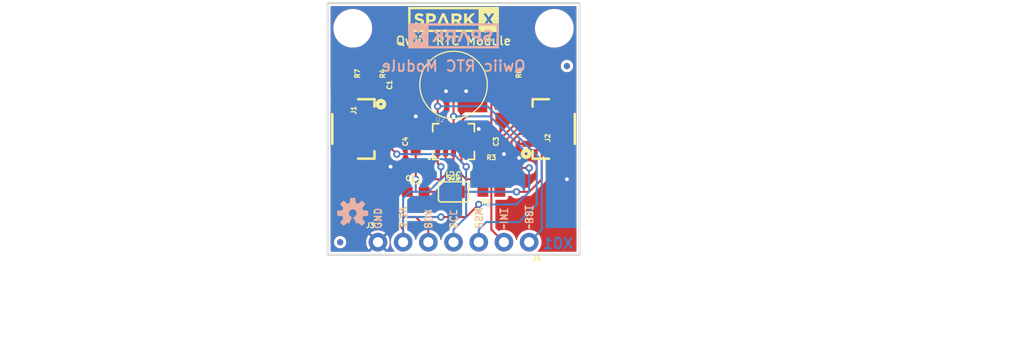
<source format=kicad_pcb>
(kicad_pcb (version 20211014) (generator pcbnew)
  (layers (0 "F.Cu" signal) (31 "B.Cu" signal) (34 "B.Paste" user) (35 "F.Paste" user) (36 "B.SilkS" user "B.Silkscreen") (37 "F.SilkS" user "F.Silkscreen") (38 "B.Mask" user) (39 "F.Mask" user) (44 "Edge.Cuts" user))
  (net 0 "")
  (net 1 "GND")
  (net 2 "SCL")
  (net 3 "SDA")
  (net 4 "3.3V")
  (net 5 "~{INT}")
  (net 6 "N$1")
  (net 7 "N$2")
  (net 8 "N$4")
  (net 9 "VBACKUP")
  (net 10 "N$5")
  (net 11 "~{RST}")
  (net 12 "PSW")
  (footprint "eagleBoard:1X04_NO_SILK" (layer "F.Cu") (at 140.8811 116.4336)
    (fp_text reference "J3" (at -1.27 -1.397) (layer "F.SilkS") (effects (font (size 0.48768 0.48768) (thickness 0.12192)) (justify left bottom)))
    (fp_text value "PTH")
    (pad "1" thru_hole circle (at 0 0 90) (size 1.8796 1.8796) (drill 1.016) (layers *.Cu *.Mask) (net 1 "GND"))
    (pad "2" thru_hole circle (at 2.54 0 90) (size 1.8796 1.8796) (drill 1.016) (layers *.Cu *.Mask) (net 4 "3.3V"))
    (pad "3" thru_hole circle (at 5.08 0 90) (size 1.8796 1.8796) (drill 1.016) (layers *.Cu *.Mask) (net 3 "SDA"))
    (pad "4" thru_hole circle (at 7.62 0 90) (size 1.8796 1.8796) (drill 1.016) (layers *.Cu *.Mask) (net 2 "SCL"))
  )
  (footprint "eagleBoard:0603" (layer "F.Cu") (at 144.6911 106.2736 90)
    (fp_text reference "C4" (at 0 -0.762 90) (layer "F.SilkS") (effects (font (size 0.48768 0.48768) (thickness 0.12192)) (justify bottom)))
    (fp_text value "10nF")
    (pad "1" smd rect (at -0.85 0 90) (size 1.1 1) (layers "F.Cu" "F.Paste" "F.Mask") (net 4 "3.3V"))
    (pad "2" smd rect (at 0.85 0 90) (size 1.1 1) (layers "F.Cu" "F.Paste" "F.Mask") (net 1 "GND"))
  )
  (footprint "eagleBoard:SMT-JUMPER_3_2-NC_PASTE_SILK" (layer "F.Cu") (at 148.5011 111.3536)
    (fp_text reference "SJ2" (at 0 -1.143) (layer "F.SilkS") (effects (font (size 0.48768 0.48768) (thickness 0.12192)) (justify bottom)))
    (fp_text value "JUMPER-SMT_3_2-NC_PASTE_SILK")
    (fp_line (start 1.27 1.016) (end -1.27 1.016) (layer "F.SilkS") (width 0.1524))
    (fp_line (start 1.524 0.762) (end 1.524 -0.762) (layer "F.SilkS") (width 0.1524))
    (fp_line (start -1.524 0.762) (end -1.524 -0.762) (layer "F.SilkS") (width 0.1524))
    (fp_line (start -1.27 -1.016) (end 1.27 -1.016) (layer "F.SilkS") (width 0.1524))
    (fp_arc (start -1.524 -0.762) (mid -1.449605 -0.941605) (end -1.27 -1.016) (layer "F.SilkS") (width 0.1524))
    (fp_arc (start 1.524 0.762) (mid 1.449605 0.941605) (end 1.27 1.016) (layer "F.SilkS") (width 0.1524))
    (fp_arc (start -1.27 1.016) (mid -1.449605 0.941605) (end -1.524 0.762) (layer "F.SilkS") (width 0.1524))
    (fp_arc (start 1.27 -1.016) (mid 1.449605 -0.941605) (end 1.524 -0.762) (layer "F.SilkS") (width 0.1524))
    (pad "1" smd rect (at -0.8128 0) (size 0.635 1.27) (layers "F.Cu" "F.Mask") (net 7 "N$2"))
    (pad "2" smd rect (at 0 0) (size 0.635 1.27) (layers "F.Cu" "F.Mask") (net 4 "3.3V"))
    (pad "3" smd rect (at 0.8128 0) (size 0.635 1.27) (layers "F.Cu" "F.Mask") (net 6 "N$1"))
  )
  (footprint "eagleBoard:STAND-OFF" (layer "F.Cu") (at 158.6611 94.8436 180)
    (fp_text reference "U$6" hide)
    (fp_text value "STAND-OFF" hide)
    (pad "" np_thru_hole circle (at 0 0 180) (size 3.302 3.302) (drill 3.302) (layers *.Cu *.Mask))
  )
  (footprint "eagleBoard:RV-1805" (layer "F.Cu") (at 148.5011 106.2736)
    (fp_text reference "U2" (at -1.85 -1.95) (layer "F.SilkS") (effects (font (size 0.46736 0.46736) (thickness 0.04064)) (justify left bottom)))
    (fp_text value "RV-1805")
    (fp_line (start 1.48 -1.8) (end 2.1 -1.8) (layer "F.SilkS") (width 0.1778))
    (fp_line (start -2.1 -1) (end -2.1 -1.8) (layer "F.SilkS") (width 0.1778))
    (fp_line (start 2.1 1.8) (end 1.48 1.8) (layer "F.SilkS") (width 0.1778))
    (fp_line (start -1.48 1.8) (end -2.1 1.8) (layer "F.SilkS") (width 0.1778))
    (fp_line (start 2.1 -1.8) (end 2.1 -1) (layer "F.SilkS") (width 0.1778))
    (fp_line (start -2.1 -1.8) (end -1.48 -1.8) (layer "F.SilkS") (width 0.1778))
    (fp_line (start 2.1 1) (end 2.1 1.8) (layer "F.SilkS") (width 0.1778))
    (fp_line (start -2.1 1.8) (end -2.1 1) (layer "F.SilkS") (width 0.1778))
    (fp_circle (center -2.45 1.75) (end -2.379291 1.75) (layer "F.SilkS") (width 0.141418) (fill solid))
    (pad "1" smd rect (at -1.6 1.1 90) (size 0.8 0.5) (layers "F.Cu" "F.Paste" "F.Mask") (net 4 "3.3V"))
    (pad "2" smd rect (at -0.8 1.1 90) (size 0.8 0.5) (layers "F.Cu" "F.Paste" "F.Mask") (net 8 "N$4"))
    (pad "3" smd rect (at 0 1.1 90) (size 0.8 0.5) (layers "F.Cu" "F.Paste" "F.Mask") (net 5 "~{INT}"))
    (pad "4" smd rect (at 0.8 1.1 90) (size 0.8 0.5) (layers "F.Cu" "F.Paste" "F.Mask") (net 2 "SCL"))
    (pad "5" smd rect (at 1.6 1.1 90) (size 0.8 0.5) (layers "F.Cu" "F.Paste" "F.Mask") (net 3 "SDA"))
    (pad "6" smd rect (at 1.6 -1.1 270) (size 0.8 0.5) (layers "F.Cu" "F.Paste" "F.Mask") (net 1 "GND"))
    (pad "7" smd rect (at 0.8 -1.1 270) (size 0.8 0.5) (layers "F.Cu" "F.Paste" "F.Mask") (net 9 "VBACKUP"))
    (pad "8" smd rect (at 0 -1.1 270) (size 0.8 0.5) (layers "F.Cu" "F.Paste" "F.Mask") (net 12 "PSW"))
    (pad "9" smd rect (at -0.8 -1.1 270) (size 0.8 0.5) (layers "F.Cu" "F.Paste" "F.Mask") (net 1 "GND"))
    (pad "10" smd rect (at -1.6 -1.1 270) (size 0.8 0.5) (layers "F.Cu" "F.Paste" "F.Mask") (net 11 "~{RST}"))
  )
  (footprint "eagleBoard:0603" (layer "F.Cu") (at 156.1211 99.4156 90)
    (fp_text reference "R6" (at 0 -0.762 90) (layer "F.SilkS") (effects (font (size 0.48768 0.48768) (thickness 0.12192)) (justify bottom)))
    (fp_text value "1K")
    (pad "1" smd rect (at -0.85 0 90) (size 1.1 1) (layers "F.Cu" "F.Paste" "F.Mask") (net 10 "N$5"))
    (pad "2" smd rect (at 0.85 0 90) (size 1.1 1) (layers "F.Cu" "F.Paste" "F.Mask") (net 9 "VBACKUP"))
  )
  (footprint "eagleBoard:0603" (layer "F.Cu") (at 152.3111 108.9406)
    (fp_text reference "R3" (at 0 -0.762) (layer "F.SilkS") (effects (font (size 0.48768 0.48768) (thickness 0.12192)) (justify bottom)))
    (fp_text value "10k")
    (pad "1" smd rect (at -0.85 0) (size 1.1 1) (layers "F.Cu" "F.Paste" "F.Mask") (net 5 "~{INT}"))
    (pad "2" smd rect (at 0.85 0) (size 1.1 1) (layers "F.Cu" "F.Paste" "F.Mask") (net 4 "3.3V"))
  )
  (footprint "eagleBoard:0603" (layer "F.Cu") (at 152.3111 111.3536 180)
    (fp_text reference "R1" (at 0 -0.762 180) (layer "F.SilkS") (effects (font (size 0.48768 0.48768) (thickness 0.12192)) (justify right top)))
    (fp_text value "2.2k")
    (pad "1" smd rect (at -0.85 0 180) (size 1.1 1) (layers "F.Cu" "F.Paste" "F.Mask") (net 2 "SCL"))
    (pad "2" smd rect (at 0.85 0 180) (size 1.1 1) (layers "F.Cu" "F.Paste" "F.Mask") (net 6 "N$1"))
  )
  (footprint "eagleBoard:SPARKX-MEDIUM" (layer "F.Cu") (at 148.5011 93.9546)
    (fp_text reference "U$5" hide)
    (fp_text value "SPARKX-LOGO4" hide)
    (fp_poly (pts (xy 1.344596 -0.295634) (xy 1.064846 -0.295634) (xy 1.064846 -0.617646) (xy 1.344596 -0.617646)) (layer "F.SilkS") (width 0) (fill solid))
    (fp_poly (pts (xy 2.973067 0.608562) (xy 3.267199 0.608562) (xy 3.54697 0.183826) (xy 3.824894 0.608562) (xy 4.130023 0.608562) (xy 3.795558 0.11824) (xy 4.577 0.11824) (xy 4.577 1.270528) (xy 2.441934 1.270528) (xy 2.441934 1.025528) (xy 2.524231 1.025528) (xy 2.524231 0.11824) (xy 3.309564 0.11824)) (layer "F.SilkS") (width 0) (fill solid))
    (fp_poly (pts (xy -0.379228 0.618562) (xy -0.672701 0.618562) (xy -1.040587 -0.283936) (xy -1.408473 0.618562) (xy -1.69463 0.618562) (xy -1.301346 -0.305634) (xy -0.772612 -0.305634)) (layer "F.SilkS") (width 0) (fill solid))
    (fp_poly (pts (xy -3.164101 -0.264097) (xy -3.239432 -0.305634) (xy -3.135518 -0.305634)) (layer "F.SilkS") (width 0) (fill solid))
    (fp_poly (pts (xy -2.476681 0.000487) (xy -2.268076 0.000487) (xy -2.179495 -0.012423) (xy -2.113916 -0.051299) (xy -2.073186 -0.109683) (xy -2.059656 -0.180607) (xy -2.059656 -0.183345) (xy -2.07389 -0.261685) (xy -2.107186 -0.305634) (xy -1.791612 -0.305634) (xy -1.784441 -0.28073) (xy -1.77625 -0.189505) (xy -1.77625 -0.16442) (xy -1.778857 -0.169639) (xy -1.786895 -0.086136) (xy -1.816007 0.002126) (xy -1.862432 0.077275) (xy -1.923461 0.139229) (xy -1.997168 0.187031) (xy -2.082436 0.221506) (xy -2.177086 0.2422) (xy -2.277599 0.249143) (xy -2.477596 0.249143) (xy -2.477596 0.616734) (xy -2.757343 0.616734) (xy -2.757343 -0.305634) (xy -2.476681 -0.305634)) (layer "F.SilkS") (width 0) (fill solid))
    (fp_poly (pts (xy 0.077237 -0.022375) (xy 0.345303 -0.022375) (xy 0.432552 -0.034292) (xy 0.495867 -0.068766) (xy 0.534478 -0.122507) (xy 0.547296 -0.191568) (xy 0.547296 -0.193407) (xy 0.533775 -0.268583) (xy 0.505388 -0.305634) (xy 0.820956 -0.305634) (xy 0.823121 -0.298646) (xy 0.830703 -0.207776) (xy 0.830703 -0.203573) (xy 0.812152 -0.067471) (xy 0.756624 0.041423) (xy 0.671694 0.123367) (xy 0.569647 0.177363) (xy 0.871762 0.618562) (xy 0.544141 0.618562) (xy 0.281707 0.226284) (xy 0.077237 0.226284) (xy 0.077237 0.618562) (xy -0.202509 0.618562) (xy -0.202509 -0.305634) (xy 0.077237 -0.305634)) (layer "F.SilkS") (width 0) (fill solid))
    (fp_poly (pts (xy 1.344596 -0.089545) (xy 1.545187 -0.305634) (xy 1.874867 -0.305634) (xy 1.669821 -0.091935) (xy 2.195332 0.618562) (xy 1.859174 0.618562) (xy 1.480797 0.099201) (xy 1.344596 0.240675) (xy 1.344596 0.618562) (xy 1.064846 0.618562) (xy 1.064846 -0.305634) (xy 1.344596 -0.305634)) (layer "F.SilkS") (width 0) (fill solid))
    (fp_poly (pts (xy 1.865272 -0.295634) (xy 1.535904 -0.295634) (xy 1.834847 -0.617646) (xy 2.174284 -0.617646)) (layer "F.SilkS") (width 0) (fill solid))
    (fp_poly (pts (xy -3.63614 -0.28381) (xy -3.63614 -0.281243) (xy -3.625594 -0.231145) (xy -3.586256 -0.193557) (xy -3.506021 -0.161102) (xy -3.375421 -0.124571) (xy -3.20837 -0.069497) (xy -3.084773 0.004288) (xy -3.039813 0.051736) (xy -3.007425 0.106786) (xy -2.98779 0.171058) (xy -2.981431 0.246677) (xy -2.981431 0.254442) (xy -2.989734 0.340975) (xy -3.014776 0.418156) (xy -3.054999 0.484064) (xy -3.108523 0.538825) (xy -3.174819 0.581443) (xy -3.251936 0.612864) (xy -3.339283 0.632345) (xy -3.435454 0.638692) (xy -3.575258 0.62643) (xy -3.712363 0.589929) (xy -3.841957 0.528456) (xy -3.962905 0.437932) (xy -3.797445 0.239191) (xy -3.70858 0.303299) (xy -3.621793 0.350171) (xy -3.529975 0.379937) (xy -3.429933 0.389994) (xy -3.35618 0.382097) (xy -3.302034 0.35971) (xy -3.268752 0.325074) (xy -3.257521 0.278298) (xy -3.257521 0.275769) (xy -3.267162 0.231061) (xy -3.302086 0.195266) (xy -3.376797 0.161061) (xy -3.501746 0.12458) (xy -3.671424 0.073219) (xy -3.800513 0.00314) (xy -3.847977 -0.043804) (xy -3.883465 -0.101229) (xy -3.90566 -0.17153) (xy -3.913146 -0.255809) (xy -3.913146 -0.259925) (xy -3.908835 -0.305634) (xy -3.631093 -0.305634)) (layer "F.SilkS") (width 0) (fill solid))
    (fp_poly (pts (xy -0.768357 -0.295634) (xy -1.305603 -0.295634) (xy -1.164592 -0.62679) (xy -0.909265 -0.62679)) (layer "F.SilkS") (width 0) (fill solid))
    (fp_poly (pts (xy -3.350864 -0.623897) (xy -3.231664 -0.593614) (xy -3.122681 -0.544594) (xy -3.018757 -0.474993) (xy -3.142402 -0.295634) (xy -3.221295 -0.295634) (xy -3.328541 -0.354727) (xy -3.406214 -0.378309) (xy -3.483831 -0.386332) (xy -3.551059 -0.378465) (xy -3.598739 -0.356196) (xy -3.626802 -0.323794) (xy -3.63342 -0.295634) (xy -3.909783 -0.295634) (xy -3.905449 -0.341086) (xy -3.88163 -0.413579) (xy -3.843373 -0.476992) (xy -3.792562 -0.531416) (xy -3.729539 -0.574971) (xy -3.655543 -0.607348) (xy -3.572421 -0.627359) (xy -3.48111 -0.634121)) (layer "F.SilkS") (width 0) (fill solid))
    (fp_poly (pts (xy 0.467247 -0.610908) (xy 0.559405 -0.590713) (xy 0.639462 -0.556901) (xy 0.707412 -0.509438) (xy 0.761528 -0.449759) (xy 0.800081 -0.379455) (xy 0.823889 -0.295634) (xy 0.513044 -0.295634) (xy 0.49326 -0.321553) (xy 0.427917 -0.353583) (xy 0.339846 -0.364418) (xy 0.077237 -0.364418) (xy 0.077237 -0.295634) (xy -0.202509 -0.295634) (xy -0.202509 -0.617646) (xy 0.363177 -0.617646)) (layer "F.SilkS") (width 0) (fill solid))
    (fp_poly (pts (xy 4.577 0.12824) (xy 3.80238 0.12824) (xy 3.705494 -0.013718) (xy 4.111722 -0.607646) (xy 3.817585 -0.607646) (xy 3.555172 -0.205715) (xy 3.294607 -0.607646) (xy 2.991304 -0.607646) (xy 3.397564 -0.010046) (xy 3.302701 0.12824) (xy 2.524231 0.12824) (xy 2.524231 -1.025528) (xy -4.332 -1.025528) (xy -4.332 1.025528) (xy 2.451934 1.025528) (xy 2.451934 1.270528) (xy -4.577 1.270528) (xy -4.577 -1.270528) (xy 4.577 -1.270528)) (layer "F.SilkS") (width 0) (fill solid))
    (fp_poly (pts (xy -2.145499 -0.611403) (xy -2.052069 -0.588123) (xy -1.971014 -0.550421) (xy -1.903114 -0.500214) (xy -1.848543 -0.437616) (xy -1.808605 -0.364015) (xy -1.788713 -0.295634) (xy -2.099613 -0.295634) (xy -2.116482 -0.317948) (xy -2.18378 -0.352785) (xy -2.273523 -0.364418) (xy -2.476681 -0.364418) (xy -2.476681 -0.295634) (xy -2.757343 -0.295634) (xy -2.757343 -0.619478) (xy -2.251062 -0.619478)) (layer "F.SilkS") (width 0) (fill solid))
  )
  (footprint "eagleBoard:STAND-OFF" (layer "F.Cu") (at 138.3411 94.8436 180)
    (fp_text reference "U$7" hide)
    (fp_text value "STAND-OFF" hide)
    (pad "" np_thru_hole circle (at 0 0 180) (size 3.302 3.302) (drill 3.302) (layers *.Cu *.Mask))
  )
  (footprint "eagleBoard:0603" (layer "F.Cu") (at 144.6911 111.3536)
    (fp_text reference "R2" (at 0 -0.762) (layer "F.SilkS") (effects (font (size 0.48768 0.48768) (thickness 0.12192)) (justify bottom)))
    (fp_text value "2.2k")
    (pad "1" smd rect (at -0.85 0) (size 1.1 1) (layers "F.Cu" "F.Paste" "F.Mask") (net 3 "SDA"))
    (pad "2" smd rect (at 0.85 0) (size 1.1 1) (layers "F.Cu" "F.Paste" "F.Mask") (net 7 "N$2"))
  )
  (footprint "eagleBoard:0603" (layer "F.Cu") (at 140.8811 99.4156 -90)
    (fp_text reference "R4" (at 0 -0.762 -90) (layer "F.SilkS") (effects (font (size 0.48768 0.48768) (thickness 0.12192)) (justify bottom)))
    (fp_text value "10k")
    (pad "1" smd rect (at -0.85 0 270) (size 1.1 1) (layers "F.Cu" "F.Paste" "F.Mask") (net 11 "~{RST}"))
    (pad "2" smd rect (at 0.85 0 270) (size 1.1 1) (layers "F.Cu" "F.Paste" "F.Mask") (net 4 "3.3V"))
  )
  (footprint "eagleBoard:1X04_1MM_RA" (layer "F.Cu") (at 140.8811 105.0036 -90)
    (fp_text reference "J1" (at -1.397 2.159 -90) (layer "F.SilkS") (effects (font (size 0.48768 0.48768) (thickness 0.12192)) (justify left bottom)))
    (fp_text value "SMD")
    (fp_line (start 3 0.35) (end 3 2) (layer "F.SilkS") (width 0.254))
    (fp_line (start -3 0.35) (end -2.25 0.35) (layer "F.SilkS") (width 0.254))
    (fp_line (start -3 2) (end -3 0.35) (layer "F.SilkS") (width 0.254))
    (fp_line (start 2.25 0.35) (end 3 0.35) (layer "F.SilkS") (width 0.254))
    (fp_line (start -1.5 4.6) (end 1.5 4.6) (layer "F.SilkS") (width 0.254))
    (fp_circle (center -2.5 -0.3) (end -2.3586 -0.3) (layer "F.SilkS") (width 0.4) (fill none))
    (pad "1" smd rect (at -1.5 0 270) (size 0.6 1.35) (layers "F.Cu" "F.Paste" "F.Mask") (net 1 "GND"))
    (pad "2" smd rect (at -0.5 0 270) (size 0.6 1.35) (layers "F.Cu" "F.Paste" "F.Mask") (net 4 "3.3V"))
    (pad "3" smd rect (at 0.5 0 270) (size 0.6 1.35) (layers "F.Cu" "F.Paste" "F.Mask") (net 3 "SDA"))
    (pad "4" smd rect (at 1.5 0 270) (size 0.6 1.35) (layers "F.Cu" "F.Paste" "F.Mask") (net 2 "SCL"))
    (pad "NC1" smd rect (at 2.8 3.675 270) (size 1.2 2) (layers "F.Cu" "F.Paste" "F.Mask"))
    (pad "NC2" smd rect (at -2.8 3.675 270) (size 1.2 2) (layers "F.Cu" "F.Paste" "F.Mask"))
  )
  (footprint "eagleBoard:0603" (layer "F.Cu") (at 152.3111 106.2736 -90)
    (fp_text reference "C3" (at 0 -0.762 -90) (layer "F.SilkS") (effects (font (size 0.48768 0.48768) (thickness 0.12192)) (justify bottom)))
    (fp_text value "10nF")
    (pad "1" smd rect (at -0.85 0 270) (size 1.1 1) (layers "F.Cu" "F.Paste" "F.Mask") (net 9 "VBACKUP"))
    (pad "2" smd rect (at 0.85 0 270) (size 1.1 1) (layers "F.Cu" "F.Paste" "F.Mask") (net 1 "GND"))
  )
  (footprint "eagleBoard:1X03_NO_SILK" (layer "F.Cu") (at 156.1211 116.4336 180)
    (fp_text reference "J4" (at -1.27 -1.397 180) (layer "F.SilkS") (effects (font (size 0.48768 0.48768) (thickness 0.12192)) (justify right top)))
    (fp_text value "")
    (pad "1" thru_hole circle (at 0 0 270) (size 1.8796 1.8796) (drill 1.016) (layers *.Cu *.Mask) (net 11 "~{RST}"))
    (pad "2" thru_hole circle (at 2.54 0 270) (size 1.8796 1.8796) (drill 1.016) (layers *.Cu *.Mask) (net 5 "~{INT}"))
    (pad "3" thru_hole circle (at 5.08 0 270) (size 1.8796 1.8796) (drill 1.016) (layers *.Cu *.Mask) (net 12 "PSW"))
  )
  (footprint "eagleBoard:CREATIVE_COMMONS" (layer "F.Cu") (at 123.1011 126.5936)
    (fp_text reference "FRAME2" hide)
    (fp_text value "FRAME-LETTER" hide)
  )
  (footprint "eagleBoard:1X04_1MM_RA" (layer "F.Cu") (at 156.1211 105.0036 90)
    (fp_text reference "J2" (at -1.397 2.159 90) (layer "F.SilkS") (effects (font (size 0.48768 0.48768) (thickness 0.12192)) (justify left bottom)))
    (fp_text value "SMD")
    (fp_line (start 2.25 0.35) (end 3 0.35) (layer "F.SilkS") (width 0.254))
    (fp_line (start -1.5 4.6) (end 1.5 4.6) (layer "F.SilkS") (width 0.254))
    (fp_line (start 3 0.35) (end 3 2) (layer "F.SilkS") (width 0.254))
    (fp_line (start -3 2) (end -3 0.35) (layer "F.SilkS") (width 0.254))
    (fp_line (start -3 0.35) (end -2.25 0.35) (layer "F.SilkS") (width 0.254))
    (fp_circle (center -2.5 -0.3) (end -2.3586 -0.3) (layer "F.SilkS") (width 0.4) (fill none))
    (pad "1" smd rect (at -1.5 0 90) (size 0.6 1.35) (layers "F.Cu" "F.Paste" "F.Mask") (net 1 "GND"))
    (pad "2" smd rect (at -0.5 0 90) (size 0.6 1.35) (layers "F.Cu" "F.Paste" "F.Mask") (net 4 "3.3V"))
    (pad "3" smd rect (at 0.5 0 90) (size 0.6 1.35) (layers "F.Cu" "F.Paste" "F.Mask") (net 3 "SDA"))
    (pad "4" smd rect (at 1.5 0 90) (size 0.6 1.35) (layers "F.Cu" "F.Paste" "F.Mask") (net 2 "SCL"))
    (pad "NC1" smd rect (at 2.8 3.675 90) (size 1.2 2) (layers "F.Cu" "F.Paste" "F.Mask"))
    (pad "NC2" smd rect (at -2.8 3.675 90) (size 1.2 2) (layers "F.Cu" "F.Paste" "F.Mask"))
  )
  (footprint "eagleBoard:DSK-RADIAL-6.8MM" (layer "F.Cu") (at 148.5011 100.5586 -90)
    (fp_text reference "C1" (at 0 6.445 -90) (layer "F.SilkS") (effects (font (size 0.48768 0.48768) (thickness 0.12192))))
    (fp_text value ".22F-SUPERCAP")
    (fp_circle (center 0 0) (end 3.4 0) (layer "F.SilkS") (width 0.127) (fill none))
    (pad "+" smd rect (at 0 -5.15 270) (size 5 2) (layers "F.Cu" "F.Paste" "F.Mask") (net 10 "N$5"))
    (pad "-" smd rect (at 0 5 270) (size 4 1.7) (layers "F.Cu" "F.Paste" "F.Mask") (net 1 "GND"))
  )
  (footprint "eagleBoard:0603" (layer "F.Cu") (at 138.3411 99.4156 -90)
    (fp_text reference "R7" (at 0 -0.762 -90) (layer "F.SilkS") (effects (font (size 0.48768 0.48768) (thickness 0.12192)) (justify bottom)))
    (fp_text value "10k")
    (pad "1" smd rect (at -0.85 0 270) (size 1.1 1) (layers "F.Cu" "F.Paste" "F.Mask") (net 12 "PSW"))
    (pad "2" smd rect (at 0.85 0 270) (size 1.1 1) (layers "F.Cu" "F.Paste" "F.Mask") (net 4 "3.3V"))
  )
  (footprint "eagleBoard:FIDUCIAL-MICRO" (layer "F.Cu") (at 137.0711 116.4336)
    (fp_text reference "FD4" hide)
    (fp_text value "FIDUCIALUFIDUCIAL" hide)
    (pad "1" smd roundrect (at 0 0) (size 0.635 0.635) (layers "F.Cu" "F.Mask") (roundrect_rratio 0.5))
  )
  (footprint "eagleBoard:0603" (layer "F.Cu") (at 144.6911 108.9406 180)
    (fp_text reference "C2" (at 0 -0.762 180) (layer "F.SilkS") (effects (font (size 0.48768 0.48768) (thickness 0.12192)) (justify right top)))
    (fp_text value "47pF")
    (pad "1" smd rect (at -0.85 0 180) (size 1.1 1) (layers "F.Cu" "F.Paste" "F.Mask") (net 8 "N$4"))
    (pad "2" smd rect (at 0.85 0 180) (size 1.1 1) (layers "F.Cu" "F.Paste" "F.Mask") (net 1 "GND"))
  )
  (footprint "eagleBoard:FIDUCIAL-MICRO" (layer "F.Cu") (at 159.9311 98.6536)
    (fp_text reference "FD2" hide)
    (fp_text value "FIDUCIALUFIDUCIAL" hide)
    (pad "1" smd roundrect (at 0 0) (size 0.635 0.635) (layers "F.Cu" "F.Mask") (roundrect_rratio 0.5))
  )
  (footprint "eagleBoard:OSHW-LOGO-S" (layer "B.Cu") (at 138.3411 113.5126 180)
    (fp_text reference "LOGO1" hide)
    (fp_text value "OSHW-LOGOS" hide)
    (fp_poly (pts (xy 0.301647 1.061351) (xy 0.42347 1.022344) (xy 0.537177 0.963769) (xy 0.92862 1.282946) (xy 1.282946 0.92862) (xy 0.961035 0.533823) (xy 1.057046 0.302084) (xy 1.5638 0.250561) (xy 1.5638 -0.250561) (xy 1.057046 -0.302084) (xy 0.961035 -0.533823) (xy 1.282946 -0.92862) (xy 0.92862 -1.282946) (xy 0.537177 -0.96377) (xy 0.356601 -1.056794) (xy 0.088679 -0.410073) (xy 0.326262 -0.2176) (xy 0.373649 -0.121468) (xy 0.392729 -0.010339) (xy 0.379464 0.101634) (xy 0.334947 0.205229) (xy 0.262842 0.291918) (xy 0.169087 0.354561) (xy 0.061406 0.387999) (xy -0.051342 0.38948) (xy -0.159868 0.358881) (xy -0.255234 0.298724) (xy -0.329589 0.213962) (xy -0.376813 0.111569) (xy -0.392176 0.005767) (xy -0.322923 -0.222565) (xy -0.249312 -0.303773) (xy 0.091677 -0.5081) (xy -0.12929 -0.5081) (xy -0.355332 -1.053732) (xy -0.506597 -0.983577) (xy -0.538922 -0.965192) (xy -0.92862 -1.282946) (xy -1.282946 -0.92862) (xy -0.961035 -0.533823) (xy -1.057046 -0.302084) (xy -1.5638 -0.250561) (xy -1.5638 0.250561) (xy -1.057046 0.302084) (xy -0.961035 0.533823) (xy -1.282946 0.92862) (xy -0.92862 1.282946) (xy -0.533823 0.961035) (xy -0.302084 1.057046) (xy -0.250561 1.5638) (xy 0.250561 1.5638)) (layer "B.SilkS") (width 0) (fill solid))
  )
  (footprint "eagleBoard:FIDUCIAL-MICRO" (layer "B.Cu") (at 137.0711 116.4336 180)
    (fp_text reference "FD3" hide)
    (fp_text value "FIDUCIALUFIDUCIAL" hide)
    (pad "1" smd roundrect (at 0 0 180) (size 0.635 0.635) (layers "B.Cu" "B.Mask") (roundrect_rratio 0.5))
  )
  (footprint "eagleBoard:SPARKX-MEDIUM" (layer "B.Cu") (at 148.5011 95.6056 180)
    (fp_text reference "U$3" hide)
    (fp_text value "SPARKX-LOGO4" hide)
    (fp_poly (pts (xy 0.467247 0.610908) (xy 0.559405 0.590713) (xy 0.639462 0.556901) (xy 0.707412 0.509438) (xy 0.761528 0.449759) (xy 0.800081 0.379455) (xy 0.823889 0.295634) (xy 0.513044 0.295634) (xy 0.49326 0.321553) (xy 0.427917 0.353583) (xy 0.339846 0.364418) (xy 0.077237 0.364418) (xy 0.077237 0.295634) (xy -0.202509 0.295634) (xy -0.202509 0.617646) (xy 0.363177 0.617646)) (layer "B.SilkS") (width 0) (fill solid))
    (fp_poly (pts (xy 4.577 -0.12824) (xy 3.80238 -0.12824) (xy 3.705494 0.013718) (xy 4.111722 0.607646) (xy 3.817585 0.607646) (xy 3.555172 0.205715) (xy 3.294607 0.607646) (xy 2.991304 0.607646) (xy 3.397564 0.010046) (xy 3.302701 -0.12824) (xy 2.524231 -0.12824) (xy 2.524231 1.025528) (xy -4.332 1.025528) (xy -4.332 -1.025528) (xy 2.451934 -1.025528) (xy 2.451934 -1.270528) (xy -4.577 -1.270528) (xy -4.577 1.270528) (xy 4.577 1.270528)) (layer "B.SilkS") (width 0) (fill solid))
    (fp_poly (pts (xy -3.164101 0.264097) (xy -3.239432 0.305634) (xy -3.135518 0.305634)) (layer "B.SilkS") (width 0) (fill solid))
    (fp_poly (pts (xy -3.63614 0.28381) (xy -3.63614 0.281243) (xy -3.625594 0.231145) (xy -3.586256 0.193557) (xy -3.506021 0.161102) (xy -3.375421 0.124571) (xy -3.20837 0.069497) (xy -3.084773 -0.004288) (xy -3.039813 -0.051736) (xy -3.007425 -0.106786) (xy -2.98779 -0.171058) (xy -2.981431 -0.246677) (xy -2.981431 -0.254442) (xy -2.989734 -0.340975) (xy -3.014776 -0.418156) (xy -3.054999 -0.484064) (xy -3.108523 -0.538825) (xy -3.174819 -0.581443) (xy -3.251936 -0.612864) (xy -3.339283 -0.632345) (xy -3.435454 -0.638692) (xy -3.575258 -0.62643) (xy -3.712363 -0.589929) (xy -3.841957 -0.528456) (xy -3.962905 -0.437932) (xy -3.797445 -0.239191) (xy -3.70858 -0.303299) (xy -3.621793 -0.350171) (xy -3.529975 -0.379937) (xy -3.429933 -0.389994) (xy -3.35618 -0.382097) (xy -3.302034 -0.35971) (xy -3.268752 -0.325074) (xy -3.257521 -0.278298) (xy -3.257521 -0.275769) (xy -3.267162 -0.231061) (xy -3.302086 -0.195266) (xy -3.376797 -0.161061) (xy -3.501746 -0.12458) (xy -3.671424 -0.073219) (xy -3.800513 -0.00314) (xy -3.847977 0.043804) (xy -3.883465 0.101229) (xy -3.90566 0.17153) (xy -3.913146 0.255809) (xy -3.913146 0.259925) (xy -3.908835 0.305634) (xy -3.631093 0.305634)) (layer "B.SilkS") (width 0) (fill solid))
    (fp_poly (pts (xy 2.973067 -0.608562) (xy 3.267199 -0.608562) (xy 3.54697 -0.183826) (xy 3.824894 -0.608562) (xy 4.130023 -0.608562) (xy 3.795558 -0.11824) (xy 4.577 -0.11824) (xy 4.577 -1.270528) (xy 2.441934 -1.270528) (xy 2.441934 -1.025528) (xy 2.524231 -1.025528) (xy 2.524231 -0.11824) (xy 3.309564 -0.11824)) (layer "B.SilkS") (width 0) (fill solid))
    (fp_poly (pts (xy 1.344596 0.089545) (xy 1.545187 0.305634) (xy 1.874867 0.305634) (xy 1.669821 0.091935) (xy 2.195332 -0.618562) (xy 1.859174 -0.618562) (xy 1.480797 -0.099201) (xy 1.344596 -0.240675) (xy 1.344596 -0.618562) (xy 1.064846 -0.618562) (xy 1.064846 0.305634) (xy 1.344596 0.305634)) (layer "B.SilkS") (width 0) (fill solid))
    (fp_poly (pts (xy -2.476681 -0.000487) (xy -2.268076 -0.000487) (xy -2.179495 0.012423) (xy -2.113916 0.051299) (xy -2.073186 0.109683) (xy -2.059656 0.180607) (xy -2.059656 0.183345) (xy -2.07389 0.261685) (xy -2.107186 0.305634) (xy -1.791612 0.305634) (xy -1.784441 0.28073) (xy -1.77625 0.189505) (xy -1.77625 0.16442) (xy -1.778857 0.169639) (xy -1.786895 0.086136) (xy -1.816007 -0.002126) (xy -1.862432 -0.077275) (xy -1.923461 -0.139229) (xy -1.997168 -0.187031) (xy -2.082436 -0.221506) (xy -2.177086 -0.2422) (xy -2.277599 -0.249143) (xy -2.477596 -0.249143) (xy -2.477596 -0.616734) (xy -2.757343 -0.616734) (xy -2.757343 0.305634) (xy -2.476681 0.305634)) (layer "B.SilkS") (width 0) (fill solid))
    (fp_poly (pts (xy -3.350864 0.623897) (xy -3.231664 0.593614) (xy -3.122681 0.544594) (xy -3.018757 0.474993) (xy -3.142402 0.295634) (xy -3.221295 0.295634) (xy -3.328541 0.354727) (xy -3.406214 0.378309) (xy -3.483831 0.386332) (xy -3.551059 0.378465) (xy -3.598739 0.356196) (xy -3.626802 0.323794) (xy -3.63342 0.295634) (xy -3.909783 0.295634) (xy -3.905449 0.341086) (xy -3.88163 0.413579) (xy -3.843373 0.476992) (xy -3.792562 0.531416) (xy -3.729539 0.574971) (xy -3.655543 0.607348) (xy -3.572421 0.627359) (xy -3.48111 0.634121)) (layer "B.SilkS") (width 0) (fill solid))
    (fp_poly (pts (xy -0.768357 0.295634) (xy -1.305603 0.295634) (xy -1.164592 0.62679) (xy -0.909265 0.62679)) (layer "B.SilkS") (width 0) (fill solid))
    (fp_poly (pts (xy 0.077237 0.022375) (xy 0.345303 0.022375) (xy 0.432552 0.034292) (xy 0.495867 0.068766) (xy 0.534478 0.122507) (xy 0.547296 0.191568) (xy 0.547296 0.193407) (xy 0.533775 0.268583) (xy 0.505388 0.305634) (xy 0.820956 0.305634) (xy 0.823121 0.298646) (xy 0.830703 0.207776) (xy 0.830703 0.203573) (xy 0.812152 0.067471) (xy 0.756624 -0.041423) (xy 0.671694 -0.123367) (xy 0.569647 -0.177363) (xy 0.871762 -0.618562) (xy 0.544141 -0.618562) (xy 0.281707 -0.226284) (xy 0.077237 -0.226284) (xy 0.077237 -0.618562) (xy -0.202509 -0.618562) (xy -0.202509 0.305634) (xy 0.077237 0.305634)) (layer "B.SilkS") (width 0) (fill solid))
    (fp_poly (pts (xy -2.145499 0.611403) (xy -2.052069 0.588123) (xy -1.971014 0.550421) (xy -1.903114 0.500214) (xy -1.848543 0.437616) (xy -1.808605 0.364015) (xy -1.788713 0.295634) (xy -2.099613 0.295634) (xy -2.116482 0.317948) (xy -2.18378 0.352785) (xy -2.273523 0.364418) (xy -2.476681 0.364418) (xy -2.476681 0.295634) (xy -2.757343 0.295634) (xy -2.757343 0.619478) (xy -2.251062 0.619478)) (layer "B.SilkS") (width 0) (fill solid))
    (fp_poly (pts (xy -0.379228 -0.618562) (xy -0.672701 -0.618562) (xy -1.040587 0.283936) (xy -1.408473 -0.618562) (xy -1.69463 -0.618562) (xy -1.301346 0.305634) (xy -0.772612 0.305634)) (layer "B.SilkS") (width 0) (fill solid))
    (fp_poly (pts (xy 1.344596 0.295634) (xy 1.064846 0.295634) (xy 1.064846 0.617646) (xy 1.344596 0.617646)) (layer "B.SilkS") (width 0) (fill solid))
    (fp_poly (pts (xy 1.865272 0.295634) (xy 1.535904 0.295634) (xy 1.834847 0.617646) (xy 2.174284 0.617646)) (layer "B.SilkS") (width 0) (fill solid))
  )
  (footprint "eagleBoard:FIDUCIAL-MICRO" (layer "B.Cu") (at 159.9311 98.6536 180)
    (fp_text reference "FD1" hide)
    (fp_text value "FIDUCIALUFIDUCIAL" hide)
    (pad "1" smd roundrect (at 0 0 180) (size 0.635 0.635) (layers "B.Cu" "B.Mask") (roundrect_rratio 0.5))
  )
  (gr_line (start 161.2011 92.3036) (end 135.8011 92.3036) (layer "Edge.Cuts") (width 0.2032))
  (gr_line (start 161.2011 117.7036) (end 161.2011 92.3036) (layer "Edge.Cuts") (width 0.2032))
  (gr_line (start 135.8011 117.7036) (end 161.2011 117.7036) (layer "Edge.Cuts") (width 0.2032))
  (gr_line (start 135.8011 92.3036) (end 135.8011 117.7036) (layer "Edge.Cuts") (width 0.2032))
  (gr_text "X01" (at 160.6931 117.1956) (layer "B.Cu") (effects (font (size 1.0795 1.0795) (thickness 0.1905)) (justify left bottom mirror)))
  (gr_text "GND" (at 140.8811 115.1636 -90) (layer "B.SilkS") (effects (font (size 0.69088 0.69088) (thickness 0.12192)) (justify left mirror)))
  (gr_text "~INT" (at 153.5811 115.1636 -90) (layer "B.SilkS") (effects (font (size 0.69088 0.69088) (thickness 0.12192)) (justify left mirror)))
  (gr_text "Qwiic RTC Module" (at 148.5011 98.6536) (layer "B.SilkS") (effects (font (size 1.0795 1.0795) (thickness 0.1905)) (justify mirror)))
  (gr_text "SCL" (at 148.5011 115.1636 -90) (layer "B.SilkS") (effects (font (size 0.69088 0.69088) (thickness 0.12192)) (justify left mirror)))
  (gr_text "~RST" (at 156.1211 115.1636 -90) (layer "B.SilkS") (effects (font (size 0.69088 0.69088) (thickness 0.12192)) (justify left mirror)))
  (gr_text "PSW" (at 151.0411 115.1636 -90) (layer "B.SilkS") (effects (font (size 0.69088 0.69088) (thickness 0.12192)) (justify left mirror)))
  (gr_text "SDA" (at 145.9611 115.1636 -90) (layer "B.SilkS") (effects (font (size 0.69088 0.69088) (thickness 0.12192)) (justify left mirror)))
  (gr_text "3.3V" (at 143.4211 115.1636 -90) (layer "B.SilkS") (effects (font (size 0.69088 0.69088) (thickness 0.12192)) (justify left mirror)))
  (gr_text "PSW" (at 151.0411 115.1636 90) (layer "F.SilkS") (effects (font (size 0.69088 0.69088) (thickness 0.12192)) (justify left)))
  (gr_text "~INT" (at 153.5811 115.1636 90) (layer "F.SilkS") (effects (font (size 0.69088 0.69088) (thickness 0.12192)) (justify left)))
  (gr_text "Qwiic RTC Module" (at 148.5011 96.1136) (layer "F.SilkS") (effects (font (size 0.8636 0.8636) (thickness 0.1524))))
  (gr_text "3.3V" (at 143.4211 115.1636 90) (layer "F.SilkS") (effects (font (size 0.69088 0.69088) (thickness 0.12192)) (justify left)))
  (gr_text "GND" (at 140.8811 115.1636 90) (layer "F.SilkS") (effects (font (size 0.69088 0.69088) (thickness 0.12192)) (justify left)))
  (gr_text "~RST" (at 156.1211 115.1636 90) (layer "F.SilkS") (effects (font (size 0.69088 0.69088) (thickness 0.12192)) (justify left)))
  (gr_text "SDA" (at 145.9611 115.1636 90) (layer "F.SilkS") (effects (font (size 0.69088 0.69088) (thickness 0.12192)) (justify left)))
  (gr_text "SCL" (at 148.5011 115.1636 90) (layer "F.SilkS") (effects (font (size 0.69088 0.69088) (thickness 0.12192)) (justify left)))
  (gr_text "I2C" (at 148.5011 109.7026) (layer "F.SilkS") (effects (font (size 0.69088 0.69088) (thickness 0.12192))))
  (via (at 153.5811 107.5436) (size 0.7366) (drill 0.381) (layers "F.Cu" "B.Cu") (net 1))
  (via (at 144.6911 103.7336) (size 0.7366) (drill 0.381) (layers "F.Cu" "B.Cu") (net 1))
  (via (at 155.1051 107.9246) (size 0.7366) (drill 0.381) (layers "F.Cu" "B.Cu") (net 1))
  (via (at 151.0411 105.0036) (size 0.7366) (drill 0.381) (layers "F.Cu" "B.Cu") (net 1))
  (via (at 159.9311 110.0836) (size 0.7366) (drill 0.381) (layers "F.Cu" "B.Cu") (net 1))
  (via (at 142.1511 108.8136) (size 0.7366) (drill 0.381) (layers "F.Cu" "B.Cu") (net 1))
  (via (at 149.7711 101.1936) (size 0.7366) (drill 0.381) (layers "F.Cu" "B.Cu") (net 1))
  (via (at 147.7391 101.1936) (size 0.7366) (drill 0.381) (layers "F.Cu" "B.Cu") (net 1))
  (segment (start 157.3911 110.0836) (end 156.1211 111.3536) (width 0.2032) (layer "F.Cu") (net 2))
  (segment (start 141.7461 106.5036) (end 140.8811 106.5036) (width 0.2032) (layer "F.Cu") (net 2))
  (segment (start 142.7861 107.5436) (end 141.7461 106.5036) (width 0.2032) (layer "F.Cu") (net 2))
  (segment (start 157.3911 103.7336) (end 157.3911 110.0836) (width 0.2032) (layer "F.Cu") (net 2))
  (segment (start 149.3011 107.3736) (end 149.3011 108.3436) (width 0.2032) (layer "F.Cu") (net 2))
  (segment (start 156.1211 103.5036) (end 157.1611 103.5036) (width 0.2032) (layer "F.Cu") (net 2))
  (segment (start 156.1211 111.3536) (end 154.8511 111.3536) (width 0.2032) (layer "F.Cu") (net 2))
  (segment (start 149.3011 108.3436) (end 149.7711 108.8136) (width 0.2032) (layer "F.Cu") (net 2))
  (segment (start 157.1611 103.5036) (end 157.3911 103.7336) (width 0.2032) (layer "F.Cu") (net 2))
  (segment (start 154.8511 111.3536) (end 153.1611 111.3536) (width 0.2032) (layer "F.Cu") (net 2))
  (via (at 142.7861 107.5436) (size 0.7366) (drill 0.381) (layers "F.Cu" "B.Cu") (net 2))
  (via (at 154.8511 111.3536) (size 0.7366) (drill 0.381) (layers "F.Cu" "B.Cu") (net 2))
  (via (at 149.7711 108.8136) (size 0.7366) (drill 0.381) (layers "F.Cu" "B.Cu") (net 2))
  (segment (start 149.7711 111.3536) (end 149.7711 113.8936) (width 0.2032) (layer "B.Cu") (net 2))
  (segment (start 149.7711 113.8936) (end 148.5011 115.1636) (width 0.2032) (layer "B.Cu") (net 2))
  (segment (start 149.7711 108.8136) (end 149.7711 111.3536) (width 0.2032) (layer "B.Cu") (net 2))
  (segment (start 154.8511 111.3536) (end 149.7711 111.3536) (width 0.2032) (layer "B.Cu") (net 2))
  (segment (start 148.5011 107.5436) (end 149.7711 108.8136) (width 0.2032) (layer "B.Cu") (net 2))
  (segment (start 148.5011 115.1636) (end 148.5011 116.4336) (width 0.2032) (layer "B.Cu") (net 2))
  (segment (start 142.7861 107.5436) (end 148.5011 107.5436) (width 0.2032) (layer "B.Cu") (net 2))
  (segment (start 142.1511 111.3536) (end 142.1511 110.0836) (width 0.2032) (layer "F.Cu") (net 3))
  (segment (start 142.6511 105.5036) (end 143.4211 106.2736) (width 0.2032) (layer "F.Cu") (net 3))
  (segment (start 139.6111 105.8926) (end 140.0001 105.5036) (width 0.2032) (layer "F.Cu") (net 3))
  (segment (start 143.8411 111.3536) (end 142.1511 111.3536) (width 0.2032) (layer "F.Cu") (net 3))
  (segment (start 152.9461 106.2736) (end 150.7871 106.2736) (width 0.2032) (layer "F.Cu") (net 3))
  (segment (start 145.9611 115.1636) (end 144.6911 113.8936) (width 0.2032) (layer "F.Cu") (net 3))
  (segment (start 152.9461 106.2736) (end 154.7161 104.5036) (width 0.2032) (layer "F.Cu") (net 3))
  (segment (start 150.1011 107.3736) (end 150.1011 108.0006) (width 0.2032) (layer "F.Cu") (net 3))
  (segment (start 156.1211 104.5036) (end 154.7161 104.5036) (width 0.2032) (layer "F.Cu") (net 3))
  (segment (start 150.7871 107.9246) (end 150.7871 106.2736) (width 0.2032) (layer "F.Cu") (net 3))
  (segment (start 140.0001 105.5036) (end 140.8811 105.5036) (width 0.2032) (layer "F.Cu") (net 3))
  (segment (start 142.1511 112.6236) (end 142.1511 111.3536) (width 0.2032) (layer "F.Cu") (net 3))
  (segment (start 150.7871 106.2736) (end 143.4211 106.2736) (width 0.2032) (layer "F.Cu") (net 3))
  (segment (start 150.2791 108.1786) (end 150.5331 108.1786) (width 0.2032) (layer "F.Cu") (net 3))
  (segment (start 143.4211 113.8936) (end 142.1511 112.6236) (width 0.2032) (layer "F.Cu") (net 3))
  (segment (start 140.8811 105.5036) (end 142.6511 105.5036) (width 0.2032) (layer "F.Cu") (net 3))
  (segment (start 139.6111 107.5436) (end 139.6111 105.8926) (width 0.2032) (layer "F.Cu") (net 3))
  (segment (start 145.9611 116.4336) (end 145.9611 115.1636) (width 0.2032) (layer "F.Cu") (net 3))
  (segment (start 144.6911 113.8936) (end 143.4211 113.8936) (width 0.2032) (layer "F.Cu") (net 3))
  (segment (start 150.1011 108.0006) (end 150.2791 108.1786) (width 0.2032) (layer "F.Cu") (net 3))
  (segment (start 142.1511 110.0836) (end 139.6111 107.5436) (width 0.2032) (layer "F.Cu") (net 3))
  (segment (start 150.5331 108.1786) (end 150.7871 107.9246) (width 0.2032) (layer "F.Cu") (net 3))
  (segment (start 153.1611 108.9406) (end 154.3431 108.9406) (width 0.2032) (layer "F.Cu") (net 4))
  (segment (start 139.6111 104.5036) (end 139.6111 100.2656) (width 0.2032) (layer "F.Cu") (net 4))
  (segment (start 148.5011 113.8936) (end 149.7711 113.8936) (width 0.2032) (layer "F.Cu") (net 4))
  (segment (start 146.9011 107.3736) (end 146.9011 108.4836) (width 0.2032) (layer "F.Cu") (net 4))
  (segment (start 138.3411 100.2656) (end 139.6111 100.2656) (width 0.2032) (layer "F.Cu") (net 4))
  (segment (start 143.4211 115.1636) (end 138.7221 110.4646) (width 0.2032) (layer "F.Cu") (net 4))
  (segment (start 155.1131 105.5036) (end 154.3431 106.2736) (width 0.2032) (layer "F.Cu") (net 4))
  (segment (start 148.5011 113.8936) (end 147.2311 113.8936) (width 0.2032) (layer "F.Cu") (net 4))
  (segment (start 149.7711 113.8936) (end 151.0411 112.6236) (width 0.2032) (layer "F.Cu") (net 4))
  (segment (start 154.3431 108.9406) (end 156.1211 108.9406) (width 0.2032) (layer "F.Cu") (net 4))
  (segment (start 144.6911 107.1236) (end 144.6911 110.0836) (width 0.2032) (layer "F.Cu") (net 4))
  (segment (start 148.5011 111.3536) (end 148.5011 113.8936) (width 0.2032) (layer "F.Cu") (net 4))
  (segment (start 154.3431 106.2736) (end 154.3431 108.9406) (width 0.2032) (layer "F.Cu") (net 4))
  (segment (start 143.4211 115.1636) (end 143.4211 116.4336) (width 0.2032) (layer "F.Cu") (net 4))
  (segment (start 140.8811 104.5036) (end 139.6111 104.5036) (width 0.2032) (layer "F.Cu") (net 4))
  (segment (start 156.1211 105.5036) (end 155.1131 105.5036) (width 0.2032) (layer "F.Cu") (net 4))
  (segment (start 139.6111 100.2656) (end 140.8811 100.2656) (width 0.2032) (layer "F.Cu") (net 4))
  (segment (start 139.2221 104.5036) (end 138.7221 105.0036) (width 0.2032) (layer "F.Cu") (net 4))
  (segment (start 138.7221 110.4646) (end 138.7221 105.0036) (width 0.2032) (layer "F.Cu") (net 4))
  (segment (start 146.9011 108.4836) (end 147.2311 108.8136) (width 0.2032) (layer "F.Cu") (net 4))
  (segment (start 139.6111 104.5036) (end 139.2221 104.5036) (width 0.2032) (layer "F.Cu") (net 4))
  (via (at 147.2311 108.8136) (size 0.7366) (drill 0.381) (layers "F.Cu" "B.Cu") (net 4))
  (via (at 147.2311 113.8936) (size 0.7366) (drill 0.381) (layers "F.Cu" "B.Cu") (net 4))
  (via (at 156.1211 108.9406) (size 0.7366) (drill 0.381) (layers "F.Cu" "B.Cu") (net 4))
  (via (at 144.6911 110.0836) (size 0.7366) (drill 0.381) (layers "F.Cu" "B.Cu") (net 4))
  (via (at 151.0411 112.6236) (size 0.7366) (drill 0.381) (layers "F.Cu" "B.Cu") (net 4))
  (segment (start 143.4211 113.8936) (end 143.4211 111.9886) (width 0.2032) (layer "B.Cu") (net 4))
  (segment (start 154.8511 112.6236) (end 156.1211 111.3536) (width 0.2032) (layer "B.Cu") (net 4))
  (segment (start 144.6911 110.0836) (end 144.6911 111.3536) (width 0.2032) (layer "B.Cu") (net 4))
  (segment (start 144.6911 111.3536) (end 145.9611 111.3536) (width 0.2032) (layer "B.Cu") (net 4))
  (segment (start 143.4211 116.4336) (end 143.4211 113.8936) (width 0.2032) (layer "B.Cu") (net 4))
  (segment (start 156.1211 111.3536) (end 156.1211 108.9406) (width 0.2032) (layer "B.Cu") (net 4))
  (segment (start 144.6911 111.3536) (end 144.0561 111.3536) (width 0.2032) (layer "B.Cu") (net 4))
  (segment (start 147.2311 113.8936) (end 143.4211 113.8936) (width 0.2032) (layer "B.Cu") (net 4))
  (segment (start 144.0561 111.3536) (end 143.4211 111.9886) (width 0.2032) (layer "B.Cu") (net 4))
  (segment (start 151.0411 112.6236) (end 154.8511 112.6236) (width 0.2032) (layer "B.Cu") (net 4))
  (segment (start 147.2311 108.8136) (end 147.2311 110.0836) (width 0.2032) (layer "B.Cu") (net 4))
  (segment (start 147.2311 110.0836) (end 145.9611 111.3536) (width 0.2032) (layer "B.Cu") (net 4))
  (segment (start 152.3111 115.1636) (end 152.3111 110.0836) (width 0.2032) (layer "F.Cu") (net 5))
  (segment (start 152.3111 109.0676) (end 152.1841 108.9406) (width 0.2032) (layer "F.Cu") (net 5))
  (segment (start 148.5011 108.8136) (end 149.7711 110.0836) (width 0.2032) (layer "F.Cu") (net 5))
  (segment (start 153.5811 116.4336) (end 152.3111 115.1636) (width 0.2032) (layer "F.Cu") (net 5))
  (segment (start 152.1841 108.9406) (end 151.4611 108.9406) (width 0.2032) (layer "F.Cu") (net 5))
  (segment (start 152.3111 110.0836) (end 152.3111 109.0676) (width 0.2032) (layer "F.Cu") (net 5))
  (segment (start 149.7711 110.0836) (end 152.3111 110.0836) (width 0.2032) (layer "F.Cu") (net 5))
  (segment (start 148.5011 107.3736) (end 148.5011 108.8136) (width 0.2032) (layer "F.Cu") (net 5))
  (segment (start 149.3139 111.3536) (end 151.4611 111.3536) (width 0.2032) (layer "F.Cu") (net 6))
  (segment (start 145.5411 111.3536) (end 147.6883 111.3536) (width 0.2032) (layer "F.Cu") (net 7))
  (segment (start 145.9611 110.0836) (end 147.2311 110.0836) (width 0.2032) (layer "F.Cu") (net 8))
  (segment (start 147.9931 109.3216) (end 147.2311 110.0836) (width 0.2032) (layer "F.Cu") (net 8))
  (segment (start 145.5411 108.9406) (end 145.5411 109.6636) (width 0.2032) (layer "F.Cu") (net 8))
  (segment (start 145.5411 109.6636) (end 145.9611 110.0836) (width 0.2032) (layer "F.Cu") (net 8))
  (segment (start 147.7011 108.0136) (end 147.9931 108.3056) (width 0.2032) (layer "F.Cu") (net 8))
  (segment (start 147.7011 107.3736) (end 147.7011 108.0136) (width 0.2032) (layer "F.Cu") (net 8))
  (segment (start 147.9931 108.3056) (end 147.9931 109.3216) (width 0.2032) (layer "F.Cu") (net 8))
  (segment (start 152.3111 97.7646) (end 152.6921 97.3836) (width 0.2032) (layer "F.Cu") (net 9))
  (segment (start 156.1211 97.6376) (end 156.1211 98.5656) (width 0.2032) (layer "F.Cu") (net 9))
  (segment (start 152.6921 97.3836) (end 155.8671 97.3836) (width 0.2032) (layer "F.Cu") (net 9))
  (segment (start 149.3011 104.2036) (end 149.7711 103.7336) (width 0.2032) (layer "F.Cu") (net 9))
  (segment (start 149.7711 103.7336) (end 152.3111 103.7336) (width 0.2032) (layer "F.Cu") (net 9))
  (segment (start 152.3111 103.7336) (end 152.3111 97.7646) (width 0.2032) (layer "F.Cu") (net 9))
  (segment (start 155.8671 97.3836) (end 156.1211 97.6376) (width 0.2032) (layer "F.Cu") (net 9))
  (segment (start 152.3111 105.4236) (end 152.3111 103.7336) (width 0.2032) (layer "F.Cu") (net 9))
  (segment (start 149.3011 105.1736) (end 149.3011 104.2036) (width 0.2032) (layer "F.Cu") (net 9))
  (segment (start 156.1211 100.2656) (end 153.9441 100.2656) (width 0.2032) (layer "F.Cu") (net 10))
  (segment (start 153.6691 98.5656) (end 153.5811 98.6536) (width 0.2032) (layer "F.Cu") (net 10))
  (segment (start 153.5811 98.6536) (end 153.5811 100.4886) (width 0.2032) (layer "F.Cu") (net 10))
  (segment (start 153.9441 100.2656) (end 153.6511 100.5586) (width 0.2032) (layer "F.Cu") (net 10))
  (segment (start 153.5811 100.4886) (end 153.6511 100.5586) (width 0.2032) (layer "F.Cu") (net 10))
  (segment (start 146.9011 102.7176) (end 146.9011 99.5936) (width 0.2032) (layer "F.Cu") (net 11))
  (segment (start 140.8811 98.5656) (end 140.8811 97.7646) (width 0.2032) (layer "F.Cu") (net 11))
  (segment (start 144.8181 97.5106) (end 146.9011 99.5936) (width 0.2032) (layer "F.Cu") (net 11))
  (segment (start 141.1351 97.5106) (end 144.8181 97.5106) (width 0.2032) (layer "F.Cu") (net 11))
  (segment (start 146.9011 105.1736) (end 146.9011 102.7176) (width 0.2032) (layer "F.Cu") (net 11))
  (segment (start 140.8811 97.7646) (end 141.1351 97.5106) (width 0.2032) (layer "F.Cu") (net 11))
  (via (at 146.9011 102.7176) (size 0.7366) (drill 0.381) (layers "F.Cu" "B.Cu") (net 11))
  (segment (start 156.1211 116.4336) (end 157.3911 115.1636) (width 0.2032) (layer "B.Cu") (net 11))
  (segment (start 157.3911 115.1636) (end 157.3911 108.1786) (width 0.2032) (layer "B.Cu") (net 11))
  (segment (start 157.3911 108.1786) (end 151.9301 102.7176) (width 0.2032) (layer "B.Cu") (net 11))
  (segment (start 151.9301 102.7176) (end 146.9011 102.7176) (width 0.2032) (layer "B.Cu") (net 11))
  (segment (start 139.2301 97.0026) (end 138.3411 97.8916) (width 0.2032) (layer "F.Cu") (net 12))
  (segment (start 148.5011 103.7336) (end 148.5011 98.6536) (width 0.2032) (layer "F.Cu") (net 12))
  (segment (start 148.5011 105.1736) (end 148.5011 103.7336) (width 0.2032) (layer "F.Cu") (net 12))
  (segment (start 138.3411 97.8916) (end 138.3411 98.5656) (width 0.2032) (layer "F.Cu") (net 12))
  (segment (start 148.5011 98.6536) (end 146.8501 97.0026) (width 0.2032) (layer "F.Cu") (net 12))
  (segment (start 146.8501 97.0026) (end 139.2301 97.0026) (width 0.2032) (layer "F.Cu") (net 12))
  (via (at 148.5011 103.7336) (size 0.7366) (drill 0.381) (layers "F.Cu" "B.Cu") (net 12))
  (segment (start 156.8831 108.4326) (end 152.1841 103.7336) (width 0.2032) (layer "B.Cu") (net 12))
  (segment (start 151.0411 116.4336) (end 151.0411 115.1636) (width 0.2032) (layer "B.Cu") (net 12))
  (segment (start 155.1051 114.4016) (end 156.8831 112.6236) (width 0.2032) (layer "B.Cu") (net 12))
  (segment (start 156.8831 112.6236) (end 156.8831 108.4326) (width 0.2032) (layer "B.Cu") (net 12))
  (segment (start 152.1841 103.7336) (end 148.5011 103.7336) (width 0.2032) (layer "B.Cu") (net 12))
  (segment (start 151.0411 115.1636) (end 151.8031 114.4016) (width 0.2032) (layer "B.Cu") (net 12))
  (segment (start 151.8031 114.4016) (end 155.1051 114.4016) (width 0.2032) (layer "B.Cu") (net 12))
  (zone (net 1) (net_name "GND") (layer "F.Cu") (priority 6) (connect_pads (clearance 0.3048)) (min_thickness 0.1016) (fill yes (thermal_gap 0.2532) (thermal_bridge_width 0.2532))
    (polygon (pts (xy 161.3027 117.8052) (xy 135.6995 117.8052) (xy 135.6995 92.202) (xy 161.3027 92.202)))
  )
  (zone (net 1) (net_name "GND") (layer "B.Cu") (priority 6) (connect_pads (clearance 0.3048)) (min_thickness 0.1016) (fill yes (thermal_gap 0.2532) (thermal_bridge_width 0.2532))
    (polygon (pts (xy 161.3027 117.8052) (xy 135.6995 117.8052) (xy 135.6995 92.202) (xy 161.3027 92.202)))
  )
)
</source>
